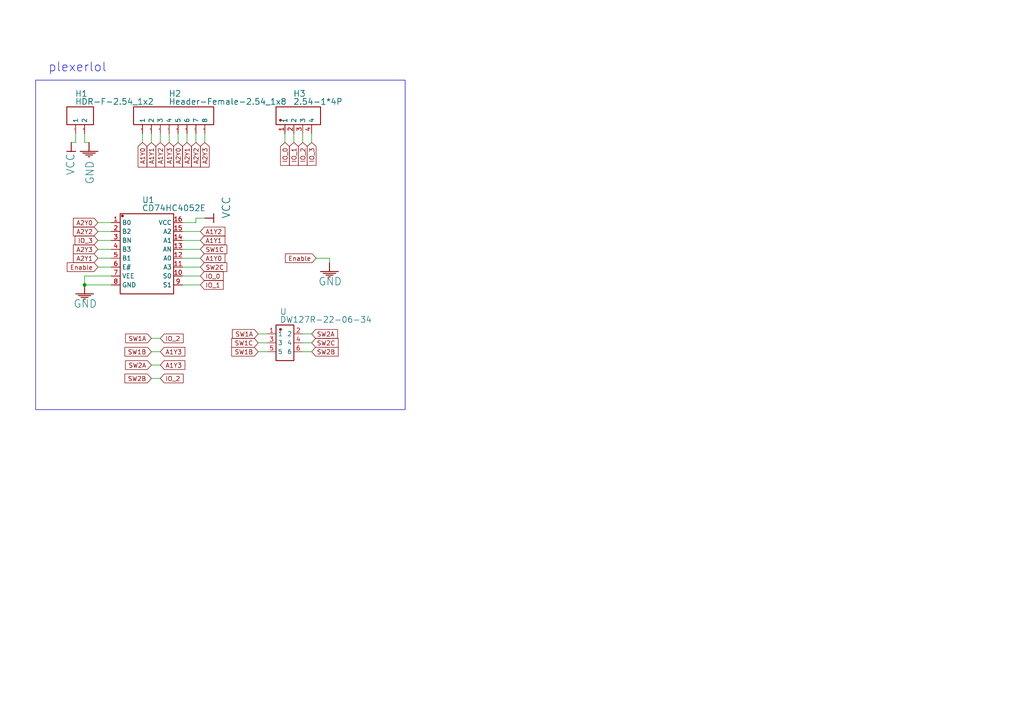
<source format=kicad_sch>
(kicad_sch (version 20250114) (generator "eeschema") (generator_version "9.0")
  (paper "User" 292.1 205.105)
  (lib_symbols
    (symbol "2.54-1*4P母"
      (property "Reference" "H3" (at -1.4986 7.2771 0))
      (property "Value" "2.54-1*4P母" (at -1.4986 4.9911 0))
      (symbol "2.54-1*4P母_0_0"
        (rectangle (start -6.35 2.54) (end 6.35 -2.54) (stroke (width 0.254)))
        (circle (center -5.08 -1.27) (radius 0.254) (stroke (width 0.254)) (fill (type outline)))
        (pin unspecified line (at -3.81 -5.08 90) (length 2.54) (name "1") (number "1"))
        (pin unspecified line (at -1.27 -5.08 90) (length 2.54) (name "2") (number "2"))
        (pin unspecified line (at 1.27 -5.08 90) (length 2.54) (name "3") (number "3"))
        (pin unspecified line (at 3.81 -5.08 90) (length 2.54) (name "4") (number "4"))
      )
    )
    (symbol "CD74HC4052E"
      (property "Reference" "U1" (at -1.4478 16.3195 0))
      (property "Value" "CD74HC4052E" (at -1.4478 14.0081 0))
      (symbol "CD74HC4052E_0_0"
        (rectangle (start -7.62 11.43) (end 7.62 -11.43) (stroke (width 0.254)))
        (circle (center -6.985 10.795) (radius 0.254) (stroke (width 0.254)) (fill (type outline)))
        (pin unspecified line (at -10.16 8.89 0) (length 2.54) (name "B0") (number "1"))
        (pin unspecified line (at -10.16 6.35 0) (length 2.54) (name "B2") (number "2"))
        (pin unspecified line (at -10.16 3.81 0) (length 2.54) (name "BN") (number "3"))
        (pin unspecified line (at -10.16 1.27 0) (length 2.54) (name "B3") (number "4"))
        (pin unspecified line (at -10.16 -1.27 0) (length 2.54) (name "B1") (number "5"))
        (pin unspecified line (at -10.16 -3.81 0) (length 2.54) (name "E#") (number "6"))
        (pin unspecified line (at -10.16 -6.35 0) (length 2.54) (name "VEE") (number "7"))
        (pin unspecified line (at -10.16 -8.89 0) (length 2.54) (name "GND") (number "8"))
        (pin unspecified line (at 10.16 8.89 180) (length 2.54) (name "VCC") (number "16"))
        (pin unspecified line (at 10.16 6.35 180) (length 2.54) (name "A2") (number "15"))
        (pin unspecified line (at 10.16 3.81 180) (length 2.54) (name "A1") (number "14"))
        (pin unspecified line (at 10.16 1.27 180) (length 2.54) (name "AN") (number "13"))
        (pin unspecified line (at 10.16 -1.27 180) (length 2.54) (name "A0") (number "12"))
        (pin unspecified line (at 10.16 -3.81 180) (length 2.54) (name "A3") (number "11"))
        (pin unspecified line (at 10.16 -6.35 180) (length 2.54) (name "S0") (number "10"))
        (pin unspecified line (at 10.16 -8.89 180) (length 2.54) (name "S1") (number "9"))
      )
    )
    (symbol "DW127R-22-06-34"
      (property "Reference" "U3" (at -1.4986 9.8425 0))
      (property "Value" "DW127R-22-06-34" (at -1.4986 7.5819 0))
      (symbol "DW127R-22-06-34_0_0"
        (rectangle (start -2.54 5.08) (end 2.54 -5.08) (stroke (width 0.254)))
        (circle (center -1.27 3.81) (radius 0.254) (stroke (width 0.254)) (fill (type outline)))
        (pin unspecified line (at -5.08 2.54 0) (length 2.54) (name "1") (number "1"))
        (pin unspecified line (at -5.08 0 0) (length 2.54) (name "3") (number "3"))
        (pin unspecified line (at -5.08 -2.54 0) (length 2.54) (name "5") (number "5"))
        (pin unspecified line (at 5.08 2.54 180) (length 2.54) (name "2") (number "2"))
        (pin unspecified line (at 5.08 0 180) (length 2.54) (name "4") (number "4"))
        (pin unspecified line (at 5.08 -2.54 180) (length 2.54) (name "6") (number "6"))
      )
    )
    (symbol "GND" (power) (pin_numbers (hide yes)) (pin_names (hide yes))
      (property "Value" "GND" (at 0 -6.35 0))
      (symbol "GND_0_0"
        (polyline (pts (xy -2.54 -2.54) (xy 2.54 -2.54)) (stroke (width 0.254)))
        (polyline (pts (xy -1.778 -3.048) (xy 1.778 -3.048)) (stroke (width 0.254)))
        (polyline (pts (xy -1.016 -3.556) (xy 1.016 -3.556)) (stroke (width 0.254)))
        (polyline (pts (xy -0.254 -4.064) (xy 0.254 -4.064)) (stroke (width 0.254)))
        (polyline (pts (xy 0 0) (xy 0 -2.54)) (stroke (width 0.254)))
        (pin power_in line (at 0 0 270) (length 0) (name "GND") (number "1"))
      )
    )
    (symbol "HDR-F-2.54_1x2"
      (property "Reference" "H1" (at -1.4986 8.5471 0))
      (property "Value" "HDR-F-2.54_1x2" (at -1.4986 6.2611 0))
      (symbol "HDR-F-2.54_1x2_0_0"
        (rectangle (start -3.81 3.81) (end 3.81 -1.27) (stroke (width 0.254)))
        (pin input line (at -1.27 -3.81 90) (length 2.54) (name "1") (number "1"))
        (pin input line (at 1.27 -3.81 90) (length 2.54) (name "2") (number "2"))
      )
    )
    (symbol "Header-Female-2.54_1x8"
      (property "Reference" "H2" (at -1.4478 8.5471 0))
      (property "Value" "Header-Female-2.54_1x8" (at -1.4478 6.2611 0))
      (symbol "Header-Female-2.54_1x8_0_0"
        (rectangle (start -11.43 3.81) (end 11.43 -1.27) (stroke (width 0.254)))
        (pin input line (at -8.89 -3.81 90) (length 2.54) (name "1") (number "1"))
        (pin input line (at -6.35 -3.81 90) (length 2.54) (name "2") (number "2"))
        (pin input line (at -3.81 -3.81 90) (length 2.54) (name "3") (number "3"))
        (pin input line (at -1.27 -3.81 90) (length 2.54) (name "4") (number "4"))
        (pin input line (at 1.27 -3.81 90) (length 2.54) (name "5") (number "5"))
        (pin input line (at 3.81 -3.81 90) (length 2.54) (name "6") (number "6"))
        (pin input line (at 6.35 -3.81 90) (length 2.54) (name "7") (number "7"))
        (pin input line (at 8.89 -3.81 90) (length 2.54) (name "8") (number "8"))
      )
    )
    (symbol "VCC" (power) (pin_numbers (hide yes)) (pin_names (hide yes))
      (property "Value" "VCC" (at 0 -3.81 0))
      (symbol "VCC_0_0"
        (polyline (pts (xy -1.27 -2.54) (xy 1.27 -2.54)) (stroke (width 0.254)))
        (polyline (pts (xy 0 0) (xy 0 -2.54)) (stroke (width 0.254)))
        (pin power_in line (at 0 0 270) (length 0) (name "VCC") (number "1"))
      )
    )
  )
  (rectangle (start 10.16 22.86) (end 115.57 116.84))
  (text "plexerlol\n" (at 22.098 19.304 0) (effects (font (size 2.54 2.54))))
  (junction (at 24.13 81.28))
  (wire (pts (xy 45.72 38.1) (xy 45.72 40.64)))
  (wire (pts (xy 50.8 38.1) (xy 50.8 40.64)))
  (wire (pts (xy 21.59 40.64) (xy 20.32 40.64)))
  (wire (pts (xy 24.13 81.28) (xy 31.75 81.28)))
  (wire (pts (xy 86.36 100.33) (xy 88.9 100.33)))
  (wire (pts (xy 27.94 76.2) (xy 31.75 76.2)))
  (wire (pts (xy 24.13 40.64) (xy 25.4 40.64)))
  (wire (pts (xy 55.88 62.23) (xy 58.42 62.23)))
  (wire (pts (xy 45.72 107.95) (xy 43.18 107.95)))
  (wire (pts (xy 88.9 40.64) (xy 88.9 38.1)))
  (wire (pts (xy 27.94 71.12) (xy 31.75 71.12)))
  (wire (pts (xy 21.59 38.1) (xy 21.59 40.64)))
  (wire (pts (xy 55.88 62.23) (xy 55.88 63.5)))
  (wire (pts (xy 83.82 40.64) (xy 83.82 38.1)))
  (wire (pts (xy 55.88 63.5) (xy 52.07 63.5)))
  (wire (pts (xy 27.94 66.04) (xy 31.75 66.04)))
  (wire (pts (xy 52.07 73.66) (xy 57.15 73.66)))
  (wire (pts (xy 52.07 78.74) (xy 57.15 78.74)))
  (wire (pts (xy 57.15 76.2) (xy 52.07 76.2)))
  (wire (pts (xy 24.13 38.1) (xy 24.13 40.64)))
  (wire (pts (xy 52.07 68.58) (xy 57.15 68.58)))
  (wire (pts (xy 55.88 38.1) (xy 55.88 40.64)))
  (wire (pts (xy 31.75 73.66) (xy 27.94 73.66)))
  (wire (pts (xy 76.2 97.79) (xy 73.66 97.79)))
  (wire (pts (xy 86.36 95.25) (xy 88.9 95.25)))
  (wire (pts (xy 76.2 95.25) (xy 73.66 95.25)))
  (wire (pts (xy 57.15 71.12) (xy 52.07 71.12)))
  (wire (pts (xy 45.72 100.33) (xy 43.18 100.33)))
  (wire (pts (xy 31.75 68.58) (xy 27.94 68.58)))
  (wire (pts (xy 43.18 38.1) (xy 43.18 40.64)))
  (wire (pts (xy 53.34 38.1) (xy 53.34 40.64)))
  (wire (pts (xy 31.75 63.5) (xy 27.94 63.5)))
  (wire (pts (xy 76.2 100.33) (xy 73.66 100.33)))
  (wire (pts (xy 93.98 73.66) (xy 93.98 74.93)))
  (wire (pts (xy 86.36 40.64) (xy 86.36 38.1)))
  (wire (pts (xy 31.75 78.74) (xy 24.13 78.74)))
  (wire (pts (xy 40.64 38.1) (xy 40.64 40.64)))
  (wire (pts (xy 48.26 38.1) (xy 48.26 40.64)))
  (wire (pts (xy 81.28 40.64) (xy 81.28 38.1)))
  (wire (pts (xy 90.17 73.66) (xy 93.98 73.66)))
  (wire (pts (xy 57.15 81.28) (xy 52.07 81.28)))
  (wire (pts (xy 45.72 96.52) (xy 43.18 96.52)))
  (wire (pts (xy 86.36 97.79) (xy 88.9 97.79)))
  (wire (pts (xy 24.13 78.74) (xy 24.13 81.28)))
  (wire (pts (xy 58.42 38.1) (xy 58.42 40.64)))
  (wire (pts (xy 45.72 104.14) (xy 43.18 104.14)))
  (wire (pts (xy 57.15 66.04) (xy 52.07 66.04)))
  (global_label "SW2A" (shape input) (at 88.9 95.25 0) (property "Intersheetrefs" "${INTERSHEET_REFS}" (effects (hide yes))))
  (global_label "A2Y1" (shape input) (at 53.34 40.64 270) (property "Intersheetrefs" "${INTERSHEET_REFS}" (effects (hide yes))))
  (global_label "IO_2" (shape input) (at 45.72 96.52 0) (property "Intersheetrefs" "${INTERSHEET_REFS}" (effects (hide yes))))
  (global_label "A2Y3" (shape input) (at 27.94 71.12 180) (property "Intersheetrefs" "${INTERSHEET_REFS}" (effects (hide yes))))
  (global_label "A2Y2" (shape input) (at 27.94 66.04 180) (property "Intersheetrefs" "${INTERSHEET_REFS}" (effects (hide yes))))
  (global_label "Enable" (shape input) (at 27.94 76.2 180) (property "Intersheetrefs" "${INTERSHEET_REFS}" (effects (hide yes))))
  (global_label "SW1B" (shape input) (at 43.18 100.33 180) (property "Intersheetrefs" "${INTERSHEET_REFS}" (effects (hide yes))))
  (global_label "SW1B" (shape input) (at 73.66 100.33 180) (property "Intersheetrefs" "${INTERSHEET_REFS}" (effects (hide yes))))
  (global_label "SW2C" (shape input) (at 88.9 97.79 0) (property "Intersheetrefs" "${INTERSHEET_REFS}" (effects (hide yes))))
  (global_label "A1Y1" (shape input) (at 57.15 68.58 0) (property "Intersheetrefs" "${INTERSHEET_REFS}" (effects (hide yes))))
  (global_label "SW1A" (shape input) (at 73.66 95.25 180) (property "Intersheetrefs" "${INTERSHEET_REFS}" (effects (hide yes))))
  (global_label "IO_0" (shape input) (at 81.28 40.64 270) (property "Intersheetrefs" "${INTERSHEET_REFS}" (effects (hide yes))))
  (global_label "SW1A" (shape input) (at 43.18 96.52 180) (property "Intersheetrefs" "${INTERSHEET_REFS}" (effects (hide yes))))
  (global_label "SW2B" (shape input) (at 88.9 100.33 0) (property "Intersheetrefs" "${INTERSHEET_REFS}" (effects (hide yes))))
  (global_label "A2Y1" (shape input) (at 27.94 73.66 180) (property "Intersheetrefs" "${INTERSHEET_REFS}" (effects (hide yes))))
  (global_label "SW2C" (shape input) (at 57.15 76.2 0) (property "Intersheetrefs" "${INTERSHEET_REFS}" (effects (hide yes))))
  (global_label "SW1C" (shape input) (at 57.15 71.12 0) (property "Intersheetrefs" "${INTERSHEET_REFS}" (effects (hide yes))))
  (global_label "A1Y3" (shape input) (at 48.26 40.64 270) (property "Intersheetrefs" "${INTERSHEET_REFS}" (effects (hide yes))))
  (global_label "A1Y3" (shape input) (at 45.72 100.33 0) (property "Intersheetrefs" "${INTERSHEET_REFS}" (effects (hide yes))))
  (global_label "IO_3" (shape input) (at 88.9 40.64 270) (property "Intersheetrefs" "${INTERSHEET_REFS}" (effects (hide yes))))
  (global_label "A1Y1" (shape input) (at 43.18 40.64 270) (property "Intersheetrefs" "${INTERSHEET_REFS}" (effects (hide yes))))
  (global_label "A2Y3" (shape input) (at 58.42 40.64 270) (property "Intersheetrefs" "${INTERSHEET_REFS}" (effects (hide yes))))
  (global_label "A1Y2" (shape input) (at 57.15 66.04 0) (property "Intersheetrefs" "${INTERSHEET_REFS}" (effects (hide yes))))
  (global_label "SW2B" (shape input) (at 43.18 107.95 180) (property "Intersheetrefs" "${INTERSHEET_REFS}" (effects (hide yes))))
  (global_label "A1Y2" (shape input) (at 45.72 40.64 270) (property "Intersheetrefs" "${INTERSHEET_REFS}" (effects (hide yes))))
  (global_label "IO_2" (shape input) (at 45.72 107.95 0) (property "Intersheetrefs" "${INTERSHEET_REFS}" (effects (hide yes))))
  (global_label "A1Y3" (shape input) (at 45.72 104.14 0) (property "Intersheetrefs" "${INTERSHEET_REFS}" (effects (hide yes))))
  (global_label "A2Y0" (shape input) (at 50.8 40.64 270) (property "Intersheetrefs" "${INTERSHEET_REFS}" (effects (hide yes))))
  (global_label "SW1C" (shape input) (at 73.66 97.79 180) (property "Intersheetrefs" "${INTERSHEET_REFS}" (effects (hide yes))))
  (global_label "IO_2" (shape input) (at 86.36 40.64 270) (property "Intersheetrefs" "${INTERSHEET_REFS}" (effects (hide yes))))
  (global_label "A2Y0" (shape input) (at 27.94 63.5 180) (property "Intersheetrefs" "${INTERSHEET_REFS}" (effects (hide yes))))
  (global_label "IO_0" (shape input) (at 57.15 78.74 0) (property "Intersheetrefs" "${INTERSHEET_REFS}" (effects (hide yes))))
  (global_label "Enable" (shape input) (at 90.17 73.66 180) (property "Intersheetrefs" "${INTERSHEET_REFS}" (effects (hide yes))))
  (global_label "A1Y0" (shape input) (at 40.64 40.64 270) (property "Intersheetrefs" "${INTERSHEET_REFS}" (effects (hide yes))))
  (global_label "IO_1" (shape input) (at 83.82 40.64 270) (property "Intersheetrefs" "${INTERSHEET_REFS}" (effects (hide yes))))
  (global_label "A2Y2" (shape input) (at 55.88 40.64 270) (property "Intersheetrefs" "${INTERSHEET_REFS}" (effects (hide yes))))
  (global_label "IO_1" (shape input) (at 57.15 81.28 0) (property "Intersheetrefs" "${INTERSHEET_REFS}" (effects (hide yes))))
  (global_label "SW2A" (shape input) (at 43.18 104.14 180) (property "Intersheetrefs" "${INTERSHEET_REFS}" (effects (hide yes))))
  (global_label "IO_3" (shape input) (at 27.94 68.58 180) (property "Intersheetrefs" "${INTERSHEET_REFS}" (effects (hide yes))))
  (global_label "A1Y0" (shape input) (at 57.15 73.66 0) (property "Intersheetrefs" "${INTERSHEET_REFS}" (effects (hide yes))))
  (symbol (lib_id "GND") (at 93.98 74.93 0) (unit 0)
    (property "Reference" "#PWR?" (effects (hide yes)))
    (property "Value" "GND" (at 90.678 81.534 0) (effects (font (size 2.1717 2.1717)) (justify left bottom)))
    (property "Description" "Symbol zasilania tworzy globalną etykietę z nazwą 'GND'" (effects (hide yes)))
  )
  (symbol (lib_id "GND") (at 25.4 40.64 0) (unit 0)
    (property "Reference" "#PWR?" (effects (hide yes)))
    (property "Value" "GND" (at 24.384 45.72 90) (effects (font (size 2.1717 2.1717)) (justify right top)))
    (property "Description" "Symbol zasilania tworzy globalną etykietę z nazwą 'GND'" (effects (hide yes)))
  )
  (symbol (lib_id "VCC") (at 58.42 62.23 90) (mirror x) (unit 0)
    (property "Reference" "#PWR?" (effects (hide yes)))
    (property "Value" "VCC" (at 65.786 62.484 0) (effects (font (size 2.1717 2.1717)) (justify right bottom)))
    (property "Description" "Symbol zasilania tworzy globalną etykietę z nazwą 'VCC'" (effects (hide yes)))
  )
  (symbol (lib_id "GND") (at 24.13 81.28 0) (unit 0)
    (property "Reference" "#PWR?" (effects (hide yes)))
    (property "Value" "GND" (at 20.828 87.884 0) (effects (font (size 2.1717 2.1717)) (justify left bottom)))
    (property "Description" "Symbol zasilania tworzy globalną etykietę z nazwą 'GND'" (effects (hide yes)))
  )
  (symbol (lib_id "Header-Female-2.54_1x8") (at 49.53 34.29 0) (unit 0)
    (property "Reference" "H2" (at 48.0822 25.7429 0) (effects (font (size 1.6891 1.6891)) (justify left top)))
    (property "Value" "Header-Female-2.54_1x8" (at 48.0822 28.0289 0) (effects (font (size 1.6891 1.6891)) (justify left top)))
    (property "BOM_Manufacturer Part" "2.54-1*8P母环保" (effects (hide yes)))
    (property "BOM_Manufacturer" "BOOMELE(博穆精密)" (effects (hide yes)))
    (property "BOM_Supplier Part" "C27438" (effects (hide yes)))
    (property "BOM_Supplier" "LCSC" (effects (hide yes)))
  )
  (symbol (lib_id "HDR-F-2.54_1x2") (at 22.86 34.29 0) (unit 0)
    (property "Reference" "H1" (at 21.3614 25.7429 0) (effects (font (size 1.6891 1.6891)) (justify left top)))
    (property "Value" "HDR-F-2.54_1x2" (at 21.3614 28.0289 0) (effects (font (size 1.6891 1.6891)) (justify left top)))
    (property "BOM_Supplier Part" "C49661" (effects (hide yes)))
    (property "BOM_Supplier" "LCSC" (effects (hide yes)))
  )
  (symbol (lib_id "2.54-1*4P母") (at 85.09 33.02 0) (unit 0)
    (property "Reference" "H3" (at 83.5914 25.7429 0) (effects (font (size 1.6891 1.6891)) (justify left top)))
    (property "Value" "2.54-1*4P" (at 83.5914 28.0289 0) (effects (font (size 1.6891 1.6891)) (justify left top)))
    (property "BOM_Manufacturer Part" "2.54-1*4P母" (effects (hide yes)))
    (property "BOM_Manufacturer" "BOOMELE(博穆精密)" (effects (hide yes)))
    (property "BOM_Supplier Part" "C2718488" (effects (hide yes)))
    (property "BOM_Supplier" "LCSC" (effects (hide yes)))
  )
  (symbol (lib_id "DW127R-22-06-34") (at 81.28 97.79 0) (unit 0)
    (property "Reference" "U" (at 79.7814 87.9475 0) (effects (font (size 1.6891 1.6891)) (justify left top)))
    (property "Value" "DW127R-22-06-34" (at 79.7814 90.2081 0) (effects (font (size 1.6891 1.6891)) (justify left top)))
    (property "BOM_Manufacturer Part" "DW127R-22-06-34" (effects (hide yes)))
    (property "BOM_Manufacturer" "DEALON(德艺隆)" (effects (hide yes)))
    (property "BOM_Supplier Part" "C2935881" (effects (hide yes)))
    (property "BOM_Supplier" "LCSC" (effects (hide yes)))
  )
  (symbol (lib_id "CD74HC4052E") (at 41.91 72.39 0) (unit 0)
    (property "Reference" "U1" (at 40.4622 56.0705 0) (effects (font (size 1.6891 1.6891)) (justify left top)))
    (property "Value" "CD74HC4052E" (at 40.4622 58.3819 0) (effects (font (size 1.6891 1.6891)) (justify left top)))
    (property "BOM_Manufacturer Part" "CD74HC4052E" (effects (hide yes)))
    (property "BOM_Manufacturer" "TI(德州仪器)" (effects (hide yes)))
    (property "BOM_Supplier Part" "C354052" (effects (hide yes)))
    (property "BOM_Supplier" "LCSC" (effects (hide yes)))
  )
  (symbol (lib_id "VCC") (at 20.32 40.64 0) (mirror y) (unit 0)
    (property "Reference" "#PWR?" (effects (hide yes)))
    (property "Value" "VCC" (at 21.336 50.1396 90) (effects (font (size 2.1717 2.1717)) (justify left top)))
    (property "Description" "Symbol zasilania tworzy globalną etykietę z nazwą 'VCC'" (effects (hide yes)))
  )
)
</source>
